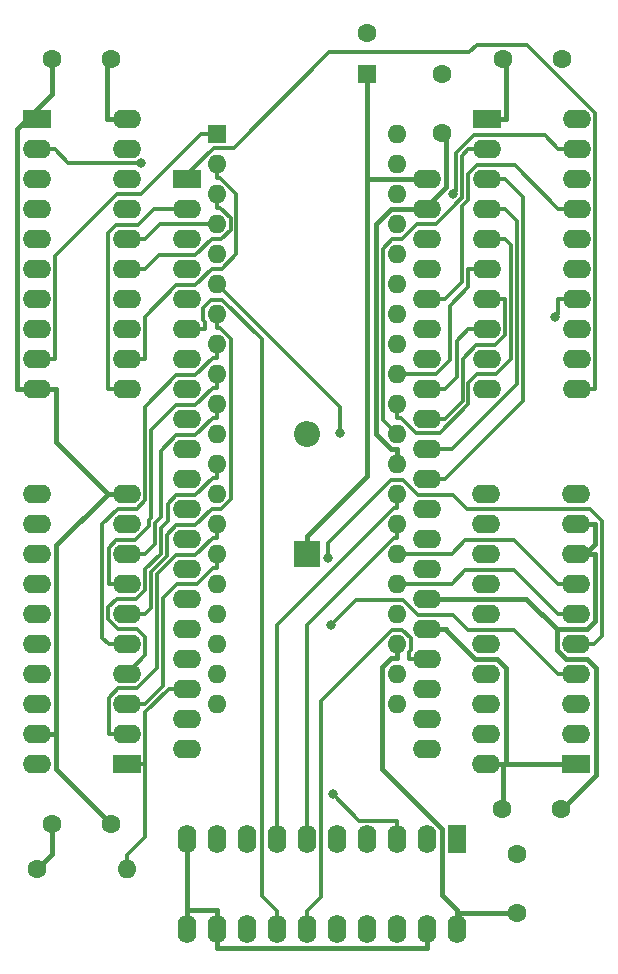
<source format=gtl>
G04 #@! TF.GenerationSoftware,KiCad,Pcbnew,(6.0.9)*
G04 #@! TF.CreationDate,2023-08-18T17:20:18+02:00*
G04 #@! TF.ProjectId,Sombrero_MSX_Goa'uld,536f6d62-7265-4726-9f5f-4d53585f476f,rev?*
G04 #@! TF.SameCoordinates,Original*
G04 #@! TF.FileFunction,Copper,L1,Top*
G04 #@! TF.FilePolarity,Positive*
%FSLAX46Y46*%
G04 Gerber Fmt 4.6, Leading zero omitted, Abs format (unit mm)*
G04 Created by KiCad (PCBNEW (6.0.9)) date 2023-08-18 17:20:18*
%MOMM*%
%LPD*%
G01*
G04 APERTURE LIST*
G04 #@! TA.AperFunction,ComponentPad*
%ADD10R,2.400000X1.600000*%
G04 #@! TD*
G04 #@! TA.AperFunction,ComponentPad*
%ADD11O,2.400000X1.600000*%
G04 #@! TD*
G04 #@! TA.AperFunction,ComponentPad*
%ADD12R,1.600000X2.400000*%
G04 #@! TD*
G04 #@! TA.AperFunction,ComponentPad*
%ADD13O,1.600000X2.400000*%
G04 #@! TD*
G04 #@! TA.AperFunction,ComponentPad*
%ADD14C,1.600000*%
G04 #@! TD*
G04 #@! TA.AperFunction,ComponentPad*
%ADD15R,1.600000X1.600000*%
G04 #@! TD*
G04 #@! TA.AperFunction,ComponentPad*
%ADD16O,1.600000X1.600000*%
G04 #@! TD*
G04 #@! TA.AperFunction,ComponentPad*
%ADD17R,2.200000X2.200000*%
G04 #@! TD*
G04 #@! TA.AperFunction,ComponentPad*
%ADD18O,2.200000X2.200000*%
G04 #@! TD*
G04 #@! TA.AperFunction,ViaPad*
%ADD19C,0.800000*%
G04 #@! TD*
G04 #@! TA.AperFunction,Conductor*
%ADD20C,0.450000*%
G04 #@! TD*
G04 #@! TA.AperFunction,Conductor*
%ADD21C,0.300000*%
G04 #@! TD*
G04 APERTURE END LIST*
D10*
X162570000Y-74935000D03*
D11*
X162570000Y-77475000D03*
X162570000Y-80015000D03*
X162570000Y-82555000D03*
X162570000Y-85095000D03*
X162570000Y-87635000D03*
X162570000Y-90175000D03*
X162570000Y-92715000D03*
X162570000Y-95255000D03*
X162570000Y-97795000D03*
X170190000Y-97795000D03*
X170190000Y-95255000D03*
X170190000Y-92715000D03*
X170190000Y-90175000D03*
X170190000Y-87635000D03*
X170190000Y-85095000D03*
X170190000Y-82555000D03*
X170190000Y-80015000D03*
X170190000Y-77475000D03*
X170190000Y-74935000D03*
D10*
X137175000Y-80005000D03*
D11*
X137175000Y-82545000D03*
X137175000Y-85085000D03*
X137175000Y-87625000D03*
X137175000Y-90165000D03*
X137175000Y-92705000D03*
X137175000Y-95245000D03*
X137175000Y-97785000D03*
X137175000Y-100325000D03*
X137175000Y-102865000D03*
X137175000Y-105405000D03*
X137175000Y-107945000D03*
X137175000Y-110485000D03*
X137175000Y-113025000D03*
X137175000Y-115565000D03*
X137175000Y-118105000D03*
X137175000Y-120645000D03*
X137175000Y-123185000D03*
X137175000Y-125725000D03*
X137175000Y-128265000D03*
X157495000Y-128265000D03*
X157495000Y-125725000D03*
X157495000Y-123185000D03*
X157495000Y-120645000D03*
X157495000Y-118105000D03*
X157495000Y-115565000D03*
X157495000Y-113025000D03*
X157495000Y-110485000D03*
X157495000Y-107945000D03*
X157495000Y-105405000D03*
X157495000Y-102865000D03*
X157495000Y-100325000D03*
X157495000Y-97785000D03*
X157495000Y-95245000D03*
X157495000Y-92705000D03*
X157495000Y-90165000D03*
X157495000Y-87625000D03*
X157495000Y-85085000D03*
X157495000Y-82545000D03*
X157495000Y-80005000D03*
D12*
X160020000Y-135890000D03*
D13*
X157480000Y-135890000D03*
X154940000Y-135890000D03*
X152400000Y-135890000D03*
X149860000Y-135890000D03*
X147320000Y-135890000D03*
X144780000Y-135890000D03*
X142240000Y-135890000D03*
X139700000Y-135890000D03*
X137160000Y-135890000D03*
X137160000Y-143510000D03*
X139700000Y-143510000D03*
X142240000Y-143510000D03*
X144780000Y-143510000D03*
X147320000Y-143510000D03*
X149860000Y-143510000D03*
X152400000Y-143510000D03*
X154940000Y-143510000D03*
X157480000Y-143510000D03*
X160020000Y-143510000D03*
D10*
X132095000Y-129515000D03*
D11*
X132095000Y-126975000D03*
X132095000Y-124435000D03*
X132095000Y-121895000D03*
X132095000Y-119355000D03*
X132095000Y-116815000D03*
X132095000Y-114275000D03*
X132095000Y-111735000D03*
X132095000Y-109195000D03*
X132095000Y-106655000D03*
X124475000Y-106655000D03*
X124475000Y-109195000D03*
X124475000Y-111735000D03*
X124475000Y-114275000D03*
X124475000Y-116815000D03*
X124475000Y-119355000D03*
X124475000Y-121895000D03*
X124475000Y-124435000D03*
X124475000Y-126975000D03*
X124475000Y-129515000D03*
D14*
X163830000Y-133350000D03*
X168830000Y-133350000D03*
D10*
X170115000Y-129535000D03*
D11*
X170115000Y-126995000D03*
X170115000Y-124455000D03*
X170115000Y-121915000D03*
X170115000Y-119375000D03*
X170115000Y-116835000D03*
X170115000Y-114295000D03*
X170115000Y-111755000D03*
X170115000Y-109215000D03*
X170115000Y-106675000D03*
X162495000Y-106675000D03*
X162495000Y-109215000D03*
X162495000Y-111755000D03*
X162495000Y-114295000D03*
X162495000Y-116835000D03*
X162495000Y-119375000D03*
X162495000Y-121915000D03*
X162495000Y-124455000D03*
X162495000Y-126995000D03*
X162495000Y-129535000D03*
D14*
X158750000Y-71120000D03*
X158750000Y-76120000D03*
X165100000Y-142200000D03*
X165100000Y-137200000D03*
D15*
X152400000Y-71120000D03*
D14*
X152400000Y-67620000D03*
X125730000Y-134620000D03*
X130730000Y-134620000D03*
D15*
X139710000Y-76200000D03*
D16*
X139710000Y-78740000D03*
X139710000Y-81280000D03*
X139710000Y-83820000D03*
X139710000Y-86360000D03*
X139710000Y-88900000D03*
X139710000Y-91440000D03*
X139710000Y-93980000D03*
X139710000Y-96520000D03*
X139710000Y-99060000D03*
X139710000Y-101600000D03*
X139710000Y-104140000D03*
X139710000Y-106680000D03*
X139710000Y-109220000D03*
X139710000Y-111760000D03*
X139710000Y-114300000D03*
X139710000Y-116840000D03*
X139710000Y-119380000D03*
X139710000Y-121920000D03*
X139710000Y-124460000D03*
X154950000Y-124460000D03*
X154950000Y-121920000D03*
X154950000Y-119380000D03*
X154950000Y-116840000D03*
X154950000Y-114300000D03*
X154950000Y-111760000D03*
X154950000Y-109220000D03*
X154950000Y-106680000D03*
X154950000Y-104140000D03*
X154950000Y-101600000D03*
X154950000Y-99060000D03*
X154950000Y-96520000D03*
X154950000Y-93980000D03*
X154950000Y-91440000D03*
X154950000Y-88900000D03*
X154950000Y-86360000D03*
X154950000Y-83820000D03*
X154950000Y-81280000D03*
X154950000Y-78740000D03*
X154950000Y-76200000D03*
D14*
X168910000Y-69855000D03*
X163910000Y-69855000D03*
X130765000Y-69865000D03*
X125765000Y-69865000D03*
D17*
X147340000Y-111760000D03*
D18*
X147340000Y-101600000D03*
D10*
X124455000Y-74935000D03*
D11*
X124455000Y-77475000D03*
X124455000Y-80015000D03*
X124455000Y-82555000D03*
X124455000Y-85095000D03*
X124455000Y-87635000D03*
X124455000Y-90175000D03*
X124455000Y-92715000D03*
X124455000Y-95255000D03*
X124455000Y-97795000D03*
X132075000Y-97795000D03*
X132075000Y-95255000D03*
X132075000Y-92715000D03*
X132075000Y-90175000D03*
X132075000Y-87635000D03*
X132075000Y-85095000D03*
X132075000Y-82555000D03*
X132075000Y-80015000D03*
X132075000Y-77475000D03*
X132075000Y-74935000D03*
D14*
X124460000Y-138430000D03*
D16*
X132080000Y-138430000D03*
D19*
X149395500Y-117771100D03*
X149516800Y-132076300D03*
X150120400Y-101530000D03*
X159669700Y-81306600D03*
X133336700Y-78625200D03*
X168353800Y-91710000D03*
X149118300Y-112127700D03*
D20*
X163957600Y-133222400D02*
X163957600Y-129535000D01*
X163422600Y-120645000D02*
X161533200Y-120645000D01*
X170115000Y-129535000D02*
X168489900Y-129535000D01*
X161533200Y-120645000D02*
X159120100Y-118231900D01*
X164170100Y-121392500D02*
X163422600Y-120645000D01*
X163830000Y-133350000D02*
X163957600Y-133222400D01*
X159120100Y-118231900D02*
X159120100Y-118105000D01*
X157495000Y-118105000D02*
X159120100Y-118105000D01*
X162495000Y-129535000D02*
X163957600Y-129535000D01*
X164170100Y-129535000D02*
X168489900Y-129535000D01*
X163957600Y-129535000D02*
X164170100Y-129535000D01*
X125730000Y-137160000D02*
X124460000Y-138430000D01*
X125730000Y-134620000D02*
X125730000Y-137160000D01*
X164170100Y-129535000D02*
X164170100Y-121392500D01*
X125765000Y-72812500D02*
X123642500Y-74935000D01*
X168528500Y-118105000D02*
X171037700Y-118105000D01*
X154950000Y-104140000D02*
X154950000Y-102914900D01*
X157495000Y-115565000D02*
X159120100Y-115565000D01*
X171037700Y-118105000D02*
X171740100Y-117402600D01*
X126080100Y-97795000D02*
X126080100Y-102265200D01*
X132095000Y-106655000D02*
X130469900Y-106655000D01*
X159126900Y-80682600D02*
X157495000Y-82314500D01*
X154474800Y-82545000D02*
X157495000Y-82545000D01*
X159126900Y-76496900D02*
X159126900Y-80682600D01*
X125937600Y-126975000D02*
X126100100Y-126975000D01*
X126100100Y-129990100D02*
X130730000Y-134620000D01*
X126100100Y-126975000D02*
X126100100Y-111024800D01*
X162570000Y-74935000D02*
X164195100Y-74935000D01*
X164195100Y-70140100D02*
X164195100Y-74935000D01*
X171740100Y-110942500D02*
X171740100Y-109215000D01*
X124455000Y-97795000D02*
X126080100Y-97795000D01*
X169248200Y-120645000D02*
X168483500Y-119880300D01*
X137160000Y-141884900D02*
X139700000Y-141884900D01*
X171740100Y-117402600D02*
X171740100Y-111755000D01*
X122829900Y-75747600D02*
X122829900Y-97795000D01*
X158750000Y-76120000D02*
X159126900Y-76496900D01*
X168483500Y-118150000D02*
X168528500Y-118105000D01*
X126100100Y-126975000D02*
X126100100Y-129990100D01*
X124475000Y-126975000D02*
X125937600Y-126975000D01*
X137160000Y-143510000D02*
X137160000Y-141884900D01*
X163910000Y-69855000D02*
X164195100Y-70140100D01*
X125765000Y-69865000D02*
X125765000Y-72812500D01*
X157495000Y-82314500D02*
X157495000Y-82545000D01*
X168921100Y-133350000D02*
X171807100Y-130464000D01*
X170115000Y-109215000D02*
X171740100Y-109215000D01*
X157480000Y-145135100D02*
X139700000Y-145135100D01*
X168483500Y-118150000D02*
X165898500Y-115565000D01*
X153157600Y-101581900D02*
X153157600Y-83862200D01*
X154950000Y-102914900D02*
X154490600Y-102914900D01*
X126100100Y-111024800D02*
X130469900Y-106655000D01*
X168483500Y-119880300D02*
X168483500Y-118150000D01*
X171807100Y-130464000D02*
X171807100Y-121435700D01*
X165898500Y-115565000D02*
X159120100Y-115565000D01*
X168830000Y-133350000D02*
X168921100Y-133350000D01*
X171016400Y-120645000D02*
X169248200Y-120645000D01*
X139700000Y-143510000D02*
X139700000Y-145135100D01*
X153157600Y-83862200D02*
X154474800Y-82545000D01*
X157480000Y-143510000D02*
X157480000Y-145135100D01*
X124455000Y-97795000D02*
X122829900Y-97795000D01*
X139700000Y-143510000D02*
X139700000Y-141884900D01*
X123642500Y-74935000D02*
X122829900Y-75747600D01*
X170115000Y-111755000D02*
X170927600Y-111755000D01*
X137160000Y-141884900D02*
X137160000Y-135890000D01*
X170927600Y-111755000D02*
X171740100Y-110942500D01*
X126080100Y-102265200D02*
X130469900Y-106655000D01*
X170927600Y-111755000D02*
X171740100Y-111755000D01*
X171807100Y-121435700D02*
X171016400Y-120645000D01*
X154490600Y-102914900D02*
X153157600Y-101581900D01*
X124455000Y-74935000D02*
X123642500Y-74935000D01*
D21*
X156774900Y-116954800D02*
X155476600Y-115656500D01*
X151510100Y-115656500D02*
X149395500Y-117771100D01*
X161001400Y-118224800D02*
X159731400Y-116954800D01*
X159731400Y-116954800D02*
X156774900Y-116954800D01*
X170115000Y-121915000D02*
X168564900Y-121915000D01*
X155476600Y-115656500D02*
X151510100Y-115656500D01*
X168564900Y-121915000D02*
X164874700Y-118224800D01*
X164874700Y-118224800D02*
X161001400Y-118224800D01*
X170115000Y-116835000D02*
X168564900Y-116835000D01*
X164867400Y-113137500D02*
X160769100Y-113137500D01*
X168564900Y-116835000D02*
X164867400Y-113137500D01*
X159606600Y-114300000D02*
X154950000Y-114300000D01*
X160769100Y-113137500D02*
X159606600Y-114300000D01*
X164120100Y-80015000D02*
X165620500Y-81515400D01*
X162570000Y-80015000D02*
X164120100Y-80015000D01*
X165620500Y-98829600D02*
X159045100Y-105405000D01*
X157495000Y-105405000D02*
X159045100Y-105405000D01*
X165620500Y-81515400D02*
X165620500Y-98829600D01*
X160451900Y-81585200D02*
X160451900Y-78043000D01*
X154582700Y-85090000D02*
X155412900Y-85090000D01*
X162570000Y-77475000D02*
X161019900Y-77475000D01*
X154950000Y-101600000D02*
X153752600Y-100402600D01*
X156682900Y-83820000D02*
X158265800Y-83820000D01*
X155412900Y-85090000D02*
X156682900Y-83820000D01*
X153752600Y-85920100D02*
X154582700Y-85090000D01*
X159951800Y-82134000D02*
X159951800Y-82085300D01*
X159951800Y-82085300D02*
X160451900Y-81585200D01*
X153752600Y-100402600D02*
X153752600Y-85920100D01*
X160451900Y-78043000D02*
X161019900Y-77475000D01*
X158265800Y-83820000D02*
X159951800Y-82134000D01*
X159597600Y-102865000D02*
X159045100Y-102865000D01*
X165120400Y-97342200D02*
X159597600Y-102865000D01*
X162570000Y-82555000D02*
X164120100Y-82555000D01*
X165120400Y-83555300D02*
X165120400Y-97342200D01*
X157495000Y-102865000D02*
X159045100Y-102865000D01*
X164120100Y-82555000D02*
X165120400Y-83555300D01*
X161693600Y-94104900D02*
X160519800Y-95278700D01*
X160519800Y-95278700D02*
X160519800Y-98850300D01*
X160519800Y-98850300D02*
X159045100Y-100325000D01*
X163227500Y-94104900D02*
X161693600Y-94104900D01*
X162570000Y-90175000D02*
X164120100Y-90175000D01*
X157495000Y-100325000D02*
X159045100Y-100325000D01*
X164120100Y-90175000D02*
X164120100Y-93212300D01*
X164120100Y-93212300D02*
X163227500Y-94104900D01*
X161019900Y-92715000D02*
X160019700Y-93715200D01*
X160019700Y-96810400D02*
X159045100Y-97785000D01*
X160019700Y-93715200D02*
X160019700Y-96810400D01*
X157495000Y-97785000D02*
X159045100Y-97785000D01*
X162570000Y-92715000D02*
X161019900Y-92715000D01*
X151780400Y-134339900D02*
X149516800Y-132076300D01*
X154940000Y-135890000D02*
X154940000Y-134339900D01*
X154940000Y-134339900D02*
X151780400Y-134339900D01*
X164867400Y-110597500D02*
X160769100Y-110597500D01*
X168564900Y-114295000D02*
X164867400Y-110597500D01*
X170115000Y-114295000D02*
X168564900Y-114295000D01*
X159606600Y-111760000D02*
X154950000Y-111760000D01*
X160769100Y-110597500D02*
X159606600Y-111760000D01*
X150120400Y-101530000D02*
X150120400Y-99310400D01*
X150120400Y-99310400D02*
X139710000Y-88900000D01*
X137890200Y-111874800D02*
X139394900Y-110370100D01*
X132095000Y-126975000D02*
X130544900Y-126975000D01*
X136253000Y-111874800D02*
X137890200Y-111874800D01*
X134645300Y-113482500D02*
X136253000Y-111874800D01*
X139710000Y-109220000D02*
X139710000Y-110370100D01*
X130544900Y-123915700D02*
X131357000Y-123103600D01*
X130544900Y-126975000D02*
X130544900Y-123915700D01*
X131357000Y-123103600D02*
X132958100Y-123103600D01*
X134645300Y-121416400D02*
X134645300Y-113482500D01*
X139394900Y-110370100D02*
X139710000Y-110370100D01*
X132958100Y-123103600D02*
X134645300Y-121416400D01*
X136370100Y-114295000D02*
X135149000Y-115516100D01*
X132095000Y-124435000D02*
X133645100Y-124435000D01*
X135149000Y-122931100D02*
X133645100Y-124435000D01*
X139394900Y-112910100D02*
X138010000Y-114295000D01*
X139710000Y-111760000D02*
X139710000Y-112910100D01*
X139710000Y-112910100D02*
X139394900Y-112910100D01*
X138010000Y-114295000D02*
X136370100Y-114295000D01*
X135149000Y-115516100D02*
X135149000Y-122931100D01*
X133645100Y-120344900D02*
X133645100Y-118805700D01*
X131267600Y-115545000D02*
X132878000Y-115545000D01*
X134978000Y-111735000D02*
X134978000Y-109583800D01*
X133645100Y-113067900D02*
X134978000Y-111735000D01*
X135598000Y-108963800D02*
X135598000Y-107494700D01*
X130535500Y-116277100D02*
X131267600Y-115545000D01*
X135598000Y-107494700D02*
X136297900Y-106794800D01*
X132924400Y-118085000D02*
X131322900Y-118085000D01*
X132878000Y-115545000D02*
X133645100Y-114777900D01*
X139394900Y-105290100D02*
X139710000Y-105290100D01*
X134978000Y-109583800D02*
X135598000Y-108963800D01*
X139710000Y-104140000D02*
X139710000Y-105290100D01*
X132095000Y-121895000D02*
X133645100Y-120344900D01*
X130535500Y-117297600D02*
X130535500Y-116277100D01*
X133645100Y-114777900D02*
X133645100Y-113067900D01*
X137890200Y-106794800D02*
X139394900Y-105290100D01*
X136297900Y-106794800D02*
X137890200Y-106794800D01*
X131322900Y-118085000D02*
X130535500Y-117297600D01*
X133645100Y-118805700D02*
X132924400Y-118085000D01*
X139710000Y-93980000D02*
X139710000Y-95130100D01*
X132095000Y-119355000D02*
X130544900Y-119355000D01*
X137890200Y-96634800D02*
X139394900Y-95130100D01*
X130544900Y-119355000D02*
X130035300Y-118845400D01*
X132916500Y-107925000D02*
X133645100Y-107196400D01*
X130035300Y-109221300D02*
X131331600Y-107925000D01*
X130035300Y-118845400D02*
X130035300Y-109221300D01*
X131331600Y-107925000D02*
X132916500Y-107925000D01*
X133645100Y-99288300D02*
X136298600Y-96634800D01*
X139394900Y-95130100D02*
X139710000Y-95130100D01*
X133645100Y-107196400D02*
X133645100Y-99288300D01*
X136298600Y-96634800D02*
X137890200Y-96634800D01*
X135478200Y-110124800D02*
X136268200Y-109334800D01*
X139274900Y-107950000D02*
X140067600Y-107950000D01*
X137890100Y-109334800D02*
X139274900Y-107950000D01*
X139948300Y-92590100D02*
X139710000Y-92590100D01*
X132095000Y-116815000D02*
X133645100Y-116815000D01*
X135478200Y-111942200D02*
X135478200Y-110124800D01*
X133645100Y-116815000D02*
X134145200Y-116314900D01*
X136268200Y-109334800D02*
X137890100Y-109334800D01*
X134145200Y-113275200D02*
X135478200Y-111942200D01*
X140067600Y-107950000D02*
X140906300Y-107111300D01*
X139710000Y-91440000D02*
X139710000Y-92590100D01*
X134145200Y-116314900D02*
X134145200Y-113275200D01*
X140906300Y-107111300D02*
X140906300Y-93548100D01*
X140906300Y-93548100D02*
X139948300Y-92590100D01*
X130544900Y-111230400D02*
X130544900Y-114275000D01*
X133977800Y-108919400D02*
X133977800Y-109356000D01*
X139394900Y-97670100D02*
X137890200Y-99174800D01*
X132095000Y-114275000D02*
X130544900Y-114275000D01*
X131190500Y-110584800D02*
X130544900Y-111230400D01*
X139710000Y-96520000D02*
X139710000Y-97670100D01*
X133977800Y-109356000D02*
X132749000Y-110584800D01*
X139710000Y-97670100D02*
X139394900Y-97670100D01*
X134145300Y-101260700D02*
X134145300Y-108751900D01*
X134145300Y-108751900D02*
X133977800Y-108919400D01*
X136231200Y-99174800D02*
X134145300Y-101260700D01*
X137890200Y-99174800D02*
X136231200Y-99174800D01*
X132749000Y-110584800D02*
X131190500Y-110584800D01*
X134978000Y-108626400D02*
X134477900Y-109126500D01*
X134978000Y-103032300D02*
X134978000Y-108626400D01*
X136295500Y-101714800D02*
X134978000Y-103032300D01*
X134477900Y-110902200D02*
X133645100Y-111735000D01*
X139710000Y-99060000D02*
X139710000Y-100210100D01*
X137890200Y-101714800D02*
X136295500Y-101714800D01*
X132095000Y-111735000D02*
X133645100Y-111735000D01*
X139394900Y-100210100D02*
X137890200Y-101714800D01*
X134477900Y-109126500D02*
X134477900Y-110902200D01*
X139710000Y-100210100D02*
X139394900Y-100210100D01*
X161019900Y-97280700D02*
X161019900Y-99104200D01*
X164120100Y-85095000D02*
X164620300Y-85595200D01*
X155270100Y-100210100D02*
X154950000Y-100210100D01*
X164620300Y-85595200D02*
X164620300Y-95231300D01*
X164620300Y-95231300D02*
X163326600Y-96525000D01*
X156584400Y-101524400D02*
X155270100Y-100210100D01*
X161775600Y-96525000D02*
X161019900Y-97280700D01*
X154950000Y-99060000D02*
X154950000Y-100210100D01*
X161019900Y-99104200D02*
X158599700Y-101524400D01*
X162570000Y-85095000D02*
X164120100Y-85095000D01*
X163326600Y-96525000D02*
X161775600Y-96525000D01*
X158599700Y-101524400D02*
X156584400Y-101524400D01*
X159459300Y-90745700D02*
X159459300Y-95307300D01*
X161019900Y-89185100D02*
X159459300Y-90745700D01*
X161019900Y-87635000D02*
X161019900Y-89185100D01*
X159459300Y-95307300D02*
X158246600Y-96520000D01*
X162570000Y-87635000D02*
X161019900Y-87635000D01*
X158246600Y-96520000D02*
X154950000Y-96520000D01*
X170190000Y-77475000D02*
X168639900Y-77475000D01*
X161459500Y-76324800D02*
X159951800Y-77832500D01*
X167489700Y-76324800D02*
X161459500Y-76324800D01*
X159951800Y-81024500D02*
X159669700Y-81306600D01*
X159951800Y-77832500D02*
X159951800Y-81024500D01*
X168639900Y-77475000D02*
X167489700Y-76324800D01*
X139710000Y-76200000D02*
X138559900Y-76200000D01*
X138559900Y-76200100D02*
X138559900Y-76200000D01*
X124455000Y-95255000D02*
X126005100Y-95255000D01*
X133287100Y-81285000D02*
X138372000Y-76200100D01*
X126005100Y-86570800D02*
X131290900Y-81285000D01*
X138372000Y-76200100D02*
X138559900Y-76200100D01*
X131290900Y-81285000D02*
X133287100Y-81285000D01*
X126005100Y-95255000D02*
X126005100Y-86570800D01*
X139274900Y-87630000D02*
X140132000Y-87630000D01*
X139710000Y-78740000D02*
X139710000Y-79890100D01*
X140132000Y-87630000D02*
X141379500Y-86382500D01*
X141379500Y-86382500D02*
X141379500Y-81321300D01*
X139948300Y-79890100D02*
X139710000Y-79890100D01*
X133625100Y-91683600D02*
X136293900Y-89014800D01*
X133625100Y-95255000D02*
X133625100Y-91683600D01*
X137890100Y-89014800D02*
X139274900Y-87630000D01*
X132075000Y-95255000D02*
X133625100Y-95255000D01*
X136293900Y-89014800D02*
X137890100Y-89014800D01*
X141379500Y-81321300D02*
X139948300Y-79890100D01*
X127155300Y-78625200D02*
X133336700Y-78625200D01*
X124455000Y-77475000D02*
X126005100Y-77475000D01*
X126005100Y-77475000D02*
X127155300Y-78625200D01*
X133625100Y-85095000D02*
X134900100Y-83820000D01*
X132075000Y-85095000D02*
X133625100Y-85095000D01*
X134900100Y-83820000D02*
X139710000Y-83820000D01*
X137890100Y-86474800D02*
X139274900Y-85090000D01*
X140086100Y-85090000D02*
X140876400Y-84299700D01*
X133625100Y-87635000D02*
X134785300Y-86474800D01*
X139274900Y-85090000D02*
X140086100Y-85090000D01*
X140876400Y-84299700D02*
X140876400Y-83358200D01*
X139710000Y-81280000D02*
X139710000Y-82430100D01*
X132075000Y-87635000D02*
X133625100Y-87635000D01*
X140876400Y-83358200D02*
X139948300Y-82430100D01*
X134785300Y-86474800D02*
X137890100Y-86474800D01*
X139948300Y-82430100D02*
X139710000Y-82430100D01*
X132080000Y-138430000D02*
X132080000Y-137279900D01*
X132095000Y-129515000D02*
X133645100Y-129515000D01*
X133645100Y-129515000D02*
X133645100Y-125164800D01*
X133645100Y-135714800D02*
X133645100Y-129515000D01*
X132080000Y-137279900D02*
X133645100Y-135714800D01*
X137175000Y-123185000D02*
X135624900Y-123185000D01*
X133645100Y-125164800D02*
X135624900Y-123185000D01*
X147320000Y-117761800D02*
X154711700Y-110370100D01*
X147320000Y-135890000D02*
X147320000Y-117761800D01*
X154950000Y-109220000D02*
X154950000Y-110370100D01*
X154711700Y-110370100D02*
X154950000Y-110370100D01*
X144780000Y-117761800D02*
X154711700Y-107830100D01*
X144780000Y-135890000D02*
X144780000Y-134339900D01*
X154950000Y-106680000D02*
X154950000Y-107830100D01*
X154711700Y-107830100D02*
X154950000Y-107830100D01*
X144780000Y-134339900D02*
X144780000Y-117761800D01*
X141171800Y-77350200D02*
X149225200Y-69296800D01*
X137175000Y-80005000D02*
X137175000Y-79609700D01*
X139434500Y-77350200D02*
X141171800Y-77350200D01*
X165980700Y-68691800D02*
X171740100Y-74451200D01*
X149225200Y-69296800D02*
X161106400Y-69296800D01*
X161106400Y-69296800D02*
X161711400Y-68691800D01*
X137175000Y-79609700D02*
X139434500Y-77350200D01*
X161711400Y-68691800D02*
X165980700Y-68691800D01*
X170190000Y-97795000D02*
X171740100Y-97795000D01*
X171740100Y-74451200D02*
X171740100Y-97795000D01*
X168353800Y-91710000D02*
X168639900Y-91423900D01*
X170190000Y-90175000D02*
X168639900Y-90175000D01*
X168639900Y-91423900D02*
X168639900Y-90175000D01*
X160452000Y-88758100D02*
X160452000Y-82292300D01*
X160452000Y-82292300D02*
X160952000Y-81792300D01*
X170190000Y-82555000D02*
X168639900Y-82555000D01*
X161713700Y-78844100D02*
X164929000Y-78844100D01*
X160952000Y-81792300D02*
X160952000Y-79605800D01*
X164929000Y-78844100D02*
X168639900Y-82555000D01*
X160952000Y-79605800D02*
X161713700Y-78844100D01*
X157495000Y-90165000D02*
X159045100Y-90165000D01*
X159045100Y-90165000D02*
X160452000Y-88758100D01*
X171665100Y-119375000D02*
X172324000Y-118716100D01*
X171286300Y-107945000D02*
X160881600Y-107945000D01*
X159731400Y-106794800D02*
X156774900Y-106794800D01*
X149118300Y-110863400D02*
X149118300Y-112127700D01*
X172324000Y-108982700D02*
X171286300Y-107945000D01*
X160881600Y-107945000D02*
X159731400Y-106794800D01*
X172324000Y-118716100D02*
X172324000Y-108982700D01*
X155477100Y-105497000D02*
X154484700Y-105497000D01*
X154484700Y-105497000D02*
X149118300Y-110863400D01*
X170115000Y-119375000D02*
X171665100Y-119375000D01*
X156774900Y-106794800D02*
X155477100Y-105497000D01*
D20*
X154950000Y-120605100D02*
X154490600Y-120605100D01*
X152400000Y-80005000D02*
X155869900Y-80005000D01*
X160020000Y-143510000D02*
X160020000Y-142200000D01*
X152400000Y-105174900D02*
X152400000Y-80005000D01*
X157495000Y-80005000D02*
X155869900Y-80005000D01*
X130449900Y-70180100D02*
X130765000Y-69865000D01*
X154490600Y-120605100D02*
X153722700Y-121373000D01*
X152400000Y-80005000D02*
X152400000Y-72345100D01*
X165100000Y-142200000D02*
X160020000Y-142200000D01*
X154950000Y-119380000D02*
X154950000Y-120605100D01*
X147340000Y-111760000D02*
X147340000Y-110234900D01*
X152400000Y-71120000D02*
X152400000Y-72345100D01*
X153722700Y-121373000D02*
X153722700Y-130000000D01*
X130449900Y-74935000D02*
X130449900Y-70180100D01*
X158794800Y-135072100D02*
X158794800Y-140659700D01*
X147340000Y-110234900D02*
X152400000Y-105174900D01*
X153722700Y-130000000D02*
X158794800Y-135072100D01*
X158794800Y-140659700D02*
X160020000Y-141884900D01*
X132075000Y-74935000D02*
X130449900Y-74935000D01*
X160020000Y-142200000D02*
X160020000Y-141884900D01*
D21*
X130524900Y-97795000D02*
X130524900Y-84608000D01*
X134400000Y-82545000D02*
X137175000Y-82545000D01*
X133000200Y-83944800D02*
X134400000Y-82545000D01*
X132075000Y-97795000D02*
X130524900Y-97795000D01*
X130524900Y-84608000D02*
X131188100Y-83944800D01*
X131188100Y-83944800D02*
X133000200Y-83944800D01*
X139239800Y-90256800D02*
X138556600Y-90940000D01*
X137175000Y-92705000D02*
X138725100Y-92705000D01*
X140174300Y-90256800D02*
X139239800Y-90256800D01*
X144780000Y-141959900D02*
X143510000Y-140689900D01*
X143510000Y-93592500D02*
X140174300Y-90256800D01*
X138725100Y-92118900D02*
X138725100Y-92705000D01*
X143510000Y-140689900D02*
X143510000Y-93592500D01*
X138556600Y-90940000D02*
X138556600Y-91950400D01*
X138556600Y-91950400D02*
X138725100Y-92118900D01*
X144780000Y-143510000D02*
X144780000Y-141959900D01*
X148506300Y-124194000D02*
X154519700Y-118180600D01*
X156113400Y-119921900D02*
X155944900Y-120090400D01*
X155382500Y-118180600D02*
X156113400Y-118911500D01*
X157495000Y-120645000D02*
X155944900Y-120645000D01*
X147320000Y-143510000D02*
X147320000Y-141959900D01*
X148506300Y-140773600D02*
X148506300Y-124194000D01*
X155944900Y-120090400D02*
X155944900Y-120645000D01*
X147320000Y-141959900D02*
X148506300Y-140773600D01*
X154519700Y-118180600D02*
X155382500Y-118180600D01*
X156113400Y-118911500D02*
X156113400Y-119921900D01*
M02*

</source>
